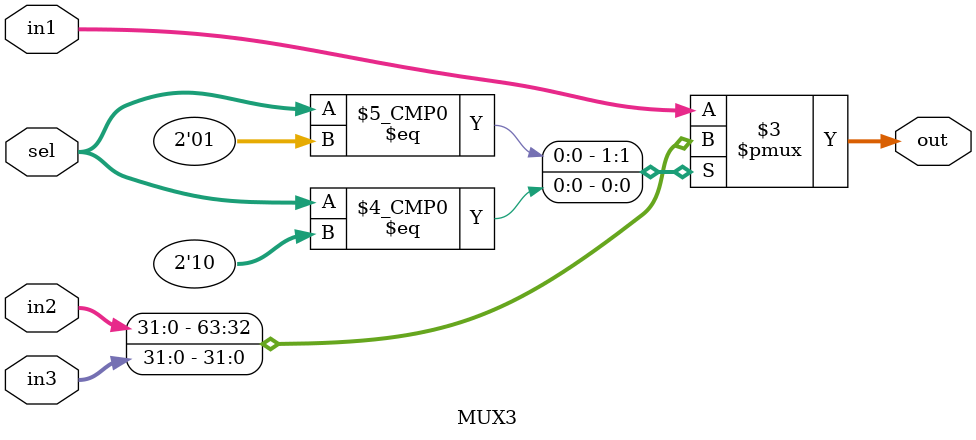
<source format=sv>
module MUX3(in1 ,in2 ,in3 ,sel ,out);
  input [1:0] sel;
  input [31:0] in1 ,in2 ,in3;
  output logic [31:0] out;

  always_comb begin
    case(sel)
	   2'b00 : out = in1;
		 2'b01 : out = in2;
		 2'b10 : out = in3;
		 default : out = in1;
    endcase
  end
endmodule

</source>
